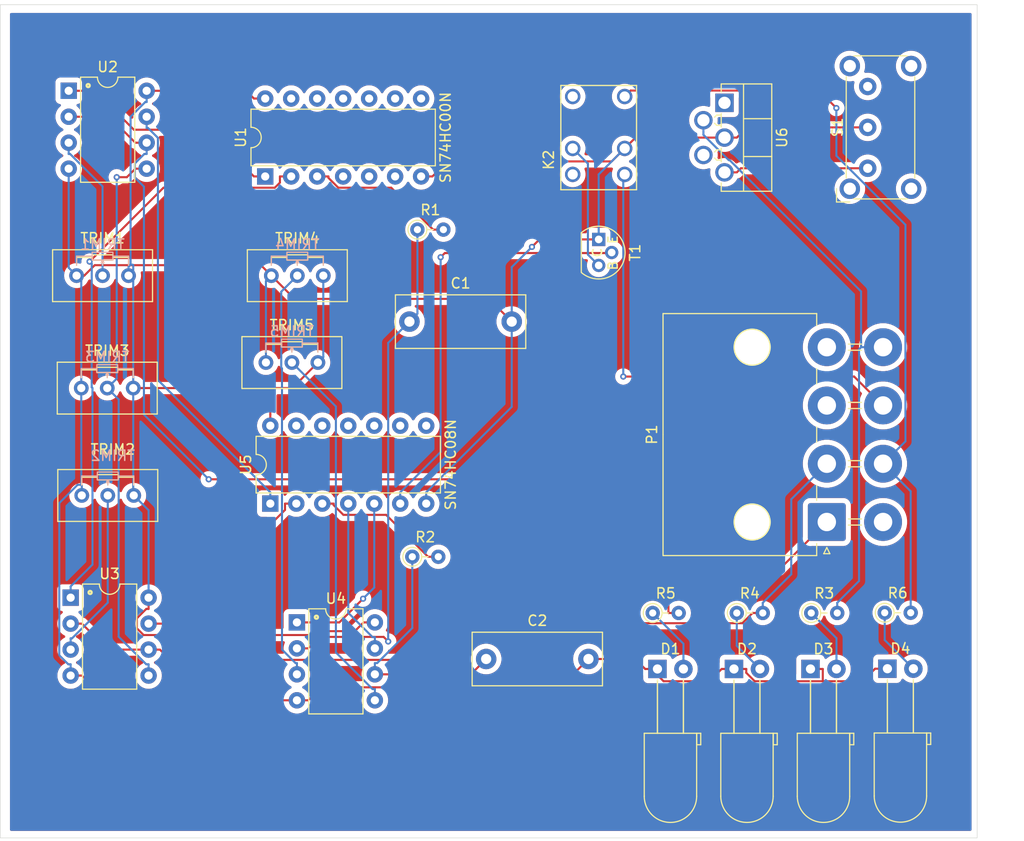
<source format=kicad_pcb>
(kicad_pcb (version 20241229) (generator "pcbnew") (generator_version "9.0")
  (layers (0 "F.Cu" signal) (2 "B.Cu" signal) (13 "F.Paste" user) (15 "B.Paste" user) (5 "F.SilkS" user "F.Silkscreen") (7 "B.SilkS" user "B.Silkscreen") (1 "F.Mask" user) (3 "B.Mask" user) (25 "Edge.Cuts" user))
  (net 0 "")
  (net 1 "GND")
  (net 2 "Net-(U4-1IN-)")
  (net 3 "Net-(U4-2IN-)")
  (net 4 "Net-(D1-A)")
  (net 5 "Net-(D2-A)")
  (net 6 "Net-(D3-A)")
  (net 7 "OUT")
  (net 8 "Net-(T1-E)")
  (net 9 "TPS_sensor")
  (net 10 "BPS_sensor")
  (net 13 "Net-(U6-OUT)")
  (net 15 "Net-(U1-1Y)")
  (net 16 "Net-(U5-1Y)")
  (net 17 "Net-(U6-~{ON}{slash}OFF)")
  (net 19 "Net-(T1-B)")
  (net 20 "Net-(TRIM1-Center)")
  (net 21 "+5V")
  (net 22 "Net-(TRIM2-Center)")
  (net 23 "Net-(TRIM3-Center)")
  (net 24 "Net-(TRIM4-Center)")
  (net 25 "Net-(TRIM5-Center)")
  (net 26 "+12V")
  (net 33 "Net-(U1-1A)")
  (net 38 "Net-(U1-1B)")
  (net 39 "Net-(U2-2OUT)")
  (net 40 "Net-(U3-2OUT)")
  (net 41 "Net-(U4-1OUT)")
  (net 42 "Net-(U4-2OUT)")
  (net 49 "Net-(D4-A)")
  (net 51 "E_ON")
  (footprint "SR1-5V-450-1C:RELAY_SR1-5V-450-1C" (layer "F.Cu") (at 126 68.5 90)
    (property "Reference" "K2" (at -2.175 -4.885 90) (layer "F.SilkS"))
    (property "Value" "SR1-5V-450-1C")
    (pad "A1" thru_hole circle (at -1.06 -2.54 90) (size 1.508 1.508) (drill 1) (layers "*.Cu" "*.Mask") (net 8 "Net-(T1-E)"))
    (pad "A2" thru_hole circle (at -1.06 2.54 90) (size 1.508 1.508) (drill 1) (layers "*.Cu" "*.Mask") (net 1 "GND"))
    (pad "COM_1" thru_hole circle (at 4.02 -2.54 90) (size 1.508 1.508) (drill 1) (layers "*.Cu" "*.Mask"))
    (pad "COM_2" thru_hole circle (at 4.02 2.54 90) (size 1.508 1.508) (drill 1) (layers "*.Cu" "*.Mask") (net 51 "E_ON"))
    (pad "NC" thru_hole circle (at -3.6 2.54 90) (size 1.508 1.508) (drill 1) (layers "*.Cu" "*.Mask") (net 7 "OUT"))
    (pad "NO" thru_hole circle (at -3.6 -2.54 90) (size 1.508 1.508) (drill 1) (layers "*.Cu" "*.Mask"))
  )
  (footprint "PCM_Resistor_THT_AKL:R_Axial_DIN0204_L3.6mm_D1.6mm_P2.54mm_Vertical" (layer "F.Cu") (at 139.5 115)
    (property "Reference" "R4" (at 1.27 -1.92 0) (layer "F.SilkS"))
    (property "Value" "R" (hide yes))
    (pad "1" thru_hole circle (at 0 0) (size 1.4 1.4) (drill 0.7) (layers "*.Cu" "*.Mask") (net 5 "Net-(D2-A)"))
    (pad "2" thru_hole oval (at 2.54 0) (size 1.4 1.4) (drill 0.7) (layers "*.Cu" "*.Mask") (net 10 "BPS_sensor"))
  )
  (footprint "Connector_Molex:Molex_Mega-Fit_76825-0008_2x04_P5.70mm_Horizontal" (layer "F.Cu") (at 148.3 106.1 90)
    (property "Reference" "P1" (at 8.55 -17.1 90) (layer "F.SilkS"))
    (property "Value" "0430450827")
    (pad "" np_thru_hole circle (at 0 -7.3 90) (size 3 3) (drill 3) (layers "*.Cu" "*.Mask"))
    (pad "" np_thru_hole circle (at 17.1 -7.3 90) (size 3 3) (drill 3) (layers "*.Cu" "*.Mask"))
    (pad "1" thru_hole roundrect (at 0 0 90) (size 3.7 3.7) (drill 1.8) (layers "*.Cu" "*.Mask") (roundrect_rratio 0.067568) (net 9 "TPS_sensor"))
    (pad "2" thru_hole circle (at 5.7 0 90) (size 3.7 3.7) (drill 1.8) (layers "*.Cu" "*.Mask") (net 10 "BPS_sensor"))
    (pad "3" thru_hole circle (at 11.4 0 90) (size 3.7 3.7) (drill 1.8) (layers "*.Cu" "*.Mask"))
    (pad "4" thru_hole circle (at 17.1 0 90) (size 3.7 3.7) (drill 1.8) (layers "*.Cu" "*.Mask"))
    (pad "5" thru_hole circle (at 0 5.5 90) (size 3.7 3.7) (drill 1.8) (layers "*.Cu" "*.Mask"))
    (pad "6" thru_hole circle (at 5.7 5.5 90) (size 3.7 3.7) (drill 1.8) (layers "*.Cu" "*.Mask") (net 51 "E_ON"))
    (pad "7" thru_hole circle (at 11.4 5.5 90) (size 3.7 3.7) (drill 1.8) (layers "*.Cu" "*.Mask") (net 7 "OUT"))
    (pad "8" thru_hole circle (at 17.1 5.5 90) (size 3.7 3.7) (drill 1.8) (layers "*.Cu" "*.Mask") (net 13 "Net-(U6-OUT)"))
  )
  (footprint "PCM_Potentiometer_THT_AKL_Double:Potentiometer_Bourns_3296W_Vertical" (layer "F.Cu") (at 80.5 93)
    (property "Reference" "TRIM3" (at -2.54 -3.66 0) (layer "F.SilkS"))
    (property "Value" "TrimPot_T73YEt_1k" (hide yes))
    (fp_text user "${REFERENCE}" (at -2.54 -3.048 0) (layer "B.SilkS") (effects (justify mirror)))
    (pad "1" thru_hole circle (at 0 0) (size 1.44 1.44) (drill 0.8) (layers "*.Cu" "*.Mask") (net 21 "+5V"))
    (pad "2" thru_hole circle (at -2.54 0) (size 1.44 1.44) (drill 0.8) (layers "*.Cu" "*.Mask") (net 23 "Net-(TRIM3-Center)"))
    (pad "3" thru_hole circle (at -5.08 0) (size 1.44 1.44) (drill 0.8) (layers "*.Cu" "*.Mask") (net 1 "GND"))
  )
  (footprint "LED_THT:LED_D5.0mm_Horizontal_O6.35mm_Z9.0mm" (layer "F.Cu") (at 146.705 120.475)
    (property "Reference" "D3" (at 1.27 -1.96 0) (layer "F.SilkS"))
    (property "Value" "LED")
    (pad "1" thru_hole rect (at 0 0) (size 1.8 1.8) (drill 0.9) (layers "*.Cu" "*.Mask") (net 1 "GND"))
    (pad "2" thru_hole circle (at 2.54 0) (size 1.8 1.8) (drill 0.9) (layers "*.Cu" "*.Mask") (net 6 "Net-(D3-A)"))
  )
  (footprint "PCM_Resistor_THT_AKL:R_Axial_DIN0204_L3.6mm_D1.6mm_P2.54mm_Vertical" (layer "F.Cu") (at 146.78 115)
    (property "Reference" "R3" (at 1.27 -1.92 0) (layer "F.SilkS"))
    (property "Value" "R" (hide yes))
    (pad "1" thru_hole circle (at 0 0) (size 1.4 1.4) (drill 0.7) (layers "*.Cu" "*.Mask") (net 6 "Net-(D3-A)"))
    (pad "2" thru_hole oval (at 2.54 0) (size 1.4 1.4) (drill 0.7) (layers "*.Cu" "*.Mask") (net 13 "Net-(U6-OUT)"))
  )
  (footprint "PCM_Package_TO_SOT_THT_AKL:TO-220F-5_P3.4x2.06mm_StaggerEven_Lead1.86mm_Vertical" (layer "F.Cu") (at 138.2983 65.1 -90)
    (property "Reference" "U6" (at 3.4 -5.62 90) (layer "F.SilkS"))
    (property "Value" "LM2596T-5" (hide yes))
    (pad "1" thru_hole rect (at 0 0 270) (size 1.8 1.8) (drill 1.2) (layers "*.Cu" "*.Mask") (net 26 "+12V"))
    (pad "2" thru_hole oval (at 1.7 2.06 270) (size 1.8 1.8) (drill 1.2) (layers "*.Cu" "*.Mask") (net 13 "Net-(U6-OUT)"))
    (pad "3" thru_hole oval (at 3.4 0 270) (size 1.8 1.8) (drill 1.2) (layers "*.Cu" "*.Mask") (net 1 "GND"))
    (pad "4" thru_hole oval (at 5.1 2.06 270) (size 1.8 1.8) (drill 1.2) (layers "*.Cu" "*.Mask"))
    (pad "5" thru_hole oval (at 6.8 0 270) (size 1.8 1.8) (drill 1.2) (layers "*.Cu" "*.Mask") (net 17 "Net-(U6-~{ON}{slash}OFF)"))
  )
  (footprint "Button_Switch_THT:SW_E-Switch_EG1224_SPDT_Angled" (layer "F.Cu") (at 152.2983 71.5 90)
    (property "Reference" "S1" (at 4 -2.95 90) (layer "F.SilkS"))
    (property "Value" "EG1206")
    (pad "" thru_hole circle (at -2 -1.75 90) (size 2 2) (drill 1.2) (layers "*.Cu" "*.Mask"))
    (pad "" thru_hole circle (at -2 4.25 90) (size 2 2) (drill 1.2) (layers "*.Cu" "*.Mask"))
    (pad "" thru_hole circle (at 10 -1.75 90) (size 2 2) (drill 1.2) (layers "*.Cu" "*.Mask"))
    (pad "" thru_hole circle (at 10 4.25 90) (size 2 2) (drill 1.2) (layers "*.Cu" "*.Mask"))
    (pad "1" thru_hole circle (at 0 0 90) (size 1.7 1.7) (drill 0.9) (layers "*.Cu" "*.Mask") (net 17 "Net-(U6-~{ON}{slash}OFF)"))
    (pad "2" thru_hole circle (at 4 0 90) (size 1.7 1.7) (drill 0.9) (layers "*.Cu" "*.Mask") (net 1 "GND"))
    (pad "3" thru_hole circle (at 8 0 90) (size 1.7 1.7) (drill 0.9) (layers "*.Cu" "*.Mask"))
  )
  (footprint "Capacitor_THT:C_Disc_D12.5mm_W5.0mm_P10.00mm" (layer "F.Cu") (at 115 119.5)
    (property "Reference" "C2" (at 5 -3.75 0) (layer "F.SilkS"))
    (property "Value" "C_Generic")
    (pad "1" thru_hole circle (at 0 0) (size 2 2) (drill 1) (layers "*.Cu" "*.Mask") (net 3 "Net-(U4-2IN-)"))
    (pad "2" thru_hole circle (at 10 0) (size 2 2) (drill 1) (layers "*.Cu" "*.Mask") (net 1 "GND"))
  )
  (footprint "LED_THT:LED_D5.0mm_Horizontal_O6.35mm_Z9.0mm" (layer "F.Cu") (at 131.745 120.475)
    (property "Reference" "D1" (at 1.27 -1.96 0) (layer "F.SilkS"))
    (property "Value" "LED")
    (pad "1" thru_hole rect (at 0 0) (size 1.8 1.8) (drill 0.9) (layers "*.Cu" "*.Mask") (net 1 "GND"))
    (pad "2" thru_hole circle (at 2.54 0) (size 1.8 1.8) (drill 0.9) (layers "*.Cu" "*.Mask") (net 4 "Net-(D1-A)"))
  )
  (footprint "PCM_Package_DIP_AKL:DIP-8_W7.62mm" (layer "F.Cu") (at 96.5 115.92)
    (property "Reference" "U4" (at 3.81 -2.33 0) (layer "F.SilkS"))
    (property "Value" "LM393P" (hide yes))
    (pad "1" thru_hole rect (at 0 0) (size 1.6 1.6) (drill 0.8) (layers "*.Cu" "*.Mask") (net 41 "Net-(U4-1OUT)"))
    (pad "2" thru_hole oval (at 0 2.54) (size 1.6 1.6) (drill 0.8) (layers "*.Cu" "*.Mask") (net 2 "Net-(U4-1IN-)"))
    (pad "3" thru_hole oval (at 0 5.08) (size 1.6 1.6) (drill 0.8) (layers "*.Cu" "*.Mask") (net 24 "Net-(TRIM4-Center)"))
    (pad "4" thru_hole oval (at 0 7.62) (size 1.6 1.6) (drill 0.8) (layers "*.Cu" "*.Mask") (net 1 "GND"))
    (pad "5" thru_hole oval (at 7.62 7.62) (size 1.6 1.6) (drill 0.8) (layers "*.Cu" "*.Mask") (net 25 "Net-(TRIM5-Center)"))
    (pad "6" thru_hole oval (at 7.62 5.08) (size 1.6 1.6) (drill 0.8) (layers "*.Cu" "*.Mask") (net 3 "Net-(U4-2IN-)"))
    (pad "7" thru_hole oval (at 7.62 2.54) (size 1.6 1.6) (drill 0.8) (layers "*.Cu" "*.Mask") (net 42 "Net-(U4-2OUT)"))
    (pad "8" thru_hole oval (at 7.62 0) (size 1.6 1.6) (drill 0.8) (layers "*.Cu" "*.Mask") (net 21 "+5V"))
  )
  (footprint "Capacitor_THT:C_Disc_D12.5mm_W5.0mm_P10.00mm" (layer "F.Cu") (at 107.5 86.5)
    (property "Reference" "C1" (at 5 -3.75 0) (layer "F.SilkS"))
    (property "Value" "C_Generic")
    (pad "1" thru_hole circle (at 0 0) (size 2 2) (drill 1) (layers "*.Cu" "*.Mask") (net 2 "Net-(U4-1IN-)"))
    (pad "2" thru_hole circle (at 10 0) (size 2 2) (drill 1) (layers "*.Cu" "*.Mask") (net 1 "GND"))
  )
  (footprint "PCM_Resistor_THT_AKL:R_Axial_DIN0204_L3.6mm_D1.6mm_P2.54mm_Vertical" (layer "F.Cu") (at 153.96 114.975)
    (property "Reference" "R6" (at 1.27 -1.92 0) (layer "F.SilkS"))
    (property "Value" "R" (hide yes))
    (pad "1" thru_hole circle (at 0 0) (size 1.4 1.4) (drill 0.7) (layers "*.Cu" "*.Mask") (net 49 "Net-(D4-A)"))
    (pad "2" thru_hole oval (at 2.54 0) (size 1.4 1.4) (drill 0.7) (layers "*.Cu" "*.Mask") (net 51 "E_ON"))
  )
  (footprint "PCM_Potentiometer_THT_AKL_Double:Potentiometer_Bourns_3296W_Vertical" (layer "F.Cu") (at 80.04 82)
    (property "Reference" "TRIM1" (at -2.54 -3.66 0) (layer "F.SilkS"))
    (property "Value" "TrimPot_TC33X_1k" (hide yes))
    (fp_text user "${REFERENCE}" (at -2.54 -3.048 0) (layer "B.SilkS") (effects (justify mirror)))
    (pad "1" thru_hole circle (at 0 0) (size 1.44 1.44) (drill 0.8) (layers "*.Cu" "*.Mask") (net 21 "+5V"))
    (pad "2" thru_hole circle (at -2.54 0) (size 1.44 1.44) (drill 0.8) (layers "*.Cu" "*.Mask") (net 20 "Net-(TRIM1-Center)"))
    (pad "3" thru_hole circle (at -5.08 0) (size 1.44 1.44) (drill 0.8) (layers "*.Cu" "*.Mask") (net 1 "GND"))
  )
  (footprint "PCM_Resistor_THT_AKL:R_Axial_DIN0204_L3.6mm_D1.6mm_P2.54mm_Vertical" (layer "F.Cu") (at 108.28 77.5)
    (property "Reference" "R1" (at 1.27 -1.92 0) (layer "F.SilkS"))
    (property "Value" "R" (hide yes))
    (pad "1" thru_hole circle (at 0 0) (size 1.4 1.4) (drill 0.7) (layers "*.Cu" "*.Mask") (net 2 "Net-(U4-1IN-)"))
    (pad "2" thru_hole oval (at 2.54 0) (size 1.4 1.4) (drill 0.7) (layers "*.Cu" "*.Mask") (net 15 "Net-(U1-1Y)"))
  )
  (footprint "PCM_4ms_Package_DIP:DIP-14_W7.62mm" (layer "F.Cu") (at 93.95 104.3 90)
    (property "Reference" "U5" (at 3.81 -2.44 90) (layer "F.SilkS"))
    (property "Value" "SN74HC08N" (at 3.81 17.58 90) (layer "F.SilkS"))
    (fp_text user "" (at 3.81 7.57 90) (layer "F.SilkS"))
    (pad "1" thru_hole rect (at 0 -0.05 90) (size 1.6 1.6) (drill 0.8) (layers "*.Cu" "*.Mask") (net 39 "Net-(U2-2OUT)"))
    (pad "2" thru_hole oval (at 0 2.49 90) (size 1.6 1.6) (drill 0.8) (layers "*.Cu" "*.Mask") (net 40 "Net-(U3-2OUT)"))
    (pad "3" thru_hole oval (at 0 5.03 90) (size 1.6 1.6) (drill 0.8) (layers "*.Cu" "*.Mask") (net 16 "Net-(U5-1Y)"))
    (pad "4" thru_hole oval (at 0 7.57 90) (size 1.6 1.6) (drill 0.8) (layers "*.Cu" "*.Mask") (net 42 "Net-(U4-2OUT)"))
    (pad "5" thru_hole oval (at 0 10.11 90) (size 1.6 1.6) (drill 0.8) (layers "*.Cu" "*.Mask") (net 41 "Net-(U4-1OUT)"))
    (pad "6" thru_hole oval (at 0 12.65 90) (size 1.6 1.6) (drill 0.8) (layers "*.Cu" "*.Mask") (net 19 "Net-(T1-B)"))
    (pad "7" thru_hole oval (at 0 15.19 90) (size 1.6 1.6) (drill 0.8) (layers "*.Cu" "*.Mask") (net 1 "GND"))
    (pad "8" thru_hole oval (at 7.62 15.19 90) (size 1.6 1.6) (drill 0.8) (layers "*.Cu" "*.Mask"))
    (pad "9" thru_hole oval (at 7.62 12.65 90) (size 1.6 1.6) (drill 0.8) (layers "*.Cu" "*.Mask"))
    (pad "10" thru_hole oval (at 7.62 10.11 90) (size 1.6 1.6) (drill 0.8) (layers "*.Cu" "*.Mask"))
    (pad "11" thru_hole oval (at 7.62 7.57 90) (size 1.6 1.6) (drill 0.8) (layers "*.Cu" "*.Mask"))
    (pad "12" thru_hole oval (at 7.62 5.03 90) (size 1.6 1.6) (drill 0.8) (layers "*.Cu" "*.Mask"))
    (pad "13" thru_hole oval (at 7.62 2.49 90) (size 1.6 1.6) (drill 0.8) (layers "*.Cu" "*.Mask"))
    (pad "14" thru_hole oval (at 7.62 -0.05 90) (size 1.6 1.6) (drill 0.8) (layers "*.Cu" "*.Mask") (net 21 "+5V"))
  )
  (footprint "PCM_Package_DIP_AKL:DIP-8_W7.62mm" (layer "F.Cu") (at 74.38 113.5)
    (property "Reference" "U3" (at 3.81 -2.33 0) (layer "F.SilkS"))
    (property "Value" "LM393P" (hide yes))
    (pad "1" thru_hole rect (at 0 0) (size 1.6 1.6) (drill 0.8) (layers "*.Cu" "*.Mask") (net 38 "Net-(U1-1B)"))
    (pad "2" thru_hole oval (at 0 2.54) (size 1.6 1.6) (drill 0.8) (layers "*.Cu" "*.Mask") (net 10 "BPS_sensor"))
    (pad "3" thru_hole oval (at 0 5.08) (size 1.6 1.6) (drill 0.8) (layers "*.Cu" "*.Mask") (net 22 "Net-(TRIM2-Center)"))
    (pad "4" thru_hole oval (at 0 7.62) (size 1.6 1.6) (drill 0.8) (layers "*.Cu" "*.Mask") (net 1 "GND"))
    (pad "5" thru_hole oval (at 7.62 7.62) (size 1.6 1.6) (drill 0.8) (layers "*.Cu" "*.Mask") (net 23 "Net-(TRIM3-Center)"))
    (pad "6" thru_hole oval (at 7.62 5.08) (size 1.6 1.6) (drill 0.8) (layers "*.Cu" "*.Mask") (net 10 "BPS_sensor"))
    (pad "7" thru_hole oval (at 7.62 2.54) (size 1.6 1.6) (drill 0.8) (layers "*.Cu" "*.Mask") (net 40 "Net-(U3-2OUT)"))
    (pad "8" thru_hole oval (at 7.62 0) (size 1.6 1.6) (drill 0.8) (layers "*.Cu" "*.Mask") (net 21 "+5V"))
  )
  (footprint "PCM_Potentiometer_THT_AKL_Double:Potentiometer_Bourns_3296W_Vertical" (layer "F.Cu") (at 80.55 103.5)
    (property "Reference" "TRIM2" (at -2.05 -4.5 0) (layer "F.SilkS"))
    (property "Value" "TrimPot_T73YEt_1k" (hide yes))
    (fp_text user "${REFERENCE}" (at -2.05 -3.888 0) (layer "B.SilkS") (effects (justify mirror)))
    (pad "1" thru_hole circle (at 0 0) (size 1.44 1.44) (drill 0.8) (layers "*.Cu" "*.Mask") (net 21 "+5V"))
    (pad "2" thru_hole circle (at -2.54 0) (size 1.44 1.44) (drill 0.8) (layers "*.Cu" "*.Mask") (net 22 "Net-(TRIM2-Center)"))
    (pad "3" thru_hole circle (at -5.08 0) (size 1.44 1.44) (drill 0.8) (layers "*.Cu" "*.Mask") (net 1 "GND"))
  )
  (footprint "PCM_Potentiometer_THT_AKL_Double:Potentiometer_Bourns_3296W_Vertical" (layer "F.Cu") (at 98.55 90.5)
    (property "Reference" "TRIM5" (at -2.54 -3.66 0) (layer "F.SilkS"))
    (property "Value" "TrimPot_T73YEt_10k" (hide yes))
    (fp_text user "${REFERENCE}" (at -2.54 -3.048 0) (layer "B.SilkS") (effects (justify mirror)))
    (pad "1" thru_hole circle (at 0 0) (size 1.44 1.44) (drill 0.8) (layers "*.Cu" "*.Mask") (net 21 "+5V"))
    (pad "2" thru_hole circle (at -2.54 0) (size 1.44 1.44) (drill 0.8) (layers "*.Cu" "*.Mask") (net 25 "Net-(TRIM5-Center)"))
    (pad "3" thru_hole circle (at -5.08 0) (size 1.44 1.44) (drill 0.8) (layers "*.Cu" "*.Mask") (net 1 "GND"))
  )
  (footprint "PCM_Potentiometer_THT_AKL_Double:Potentiometer_Bourns_3296W_Vertical" (layer "F.Cu") (at 99.08 82)
    (property "Reference" "TRIM4" (at -2.54 -3.66 0) (layer "F.SilkS"))
    (property "Value" "TrimPot_T73YEt_10k" (hide yes))
    (fp_text user "${REFERENCE}" (at -2.54 -3.048 0) (layer "B.SilkS") (effects (justify mirror)))
    (pad "1" thru_hole circle (at 0 0) (size 1.44 1.44) (drill 0.8) (layers "*.Cu" "*.Mask") (net 21 "+5V"))
    (pad "2" thru_hole circle (at -2.54 0) (size 1.44 1.44) (drill 0.8) (layers "*.Cu" "*.Mask") (net 24 "Net-(TRIM4-Center)"))
    (pad "3" thru_hole circle (at -5.08 0) (size 1.44 1.44) (drill 0.8) (layers "*.Cu" "*.Mask") (net 1 "GND"))
  )
  (footprint "LED_THT:LED_D5.0mm_Horizontal_O6.35mm_Z9.0mm" (layer "F.Cu") (at 154.225 120.45)
    (property "Reference" "D4" (at 1.27 -1.96 0) (layer "F.SilkS"))
    (property "Value" "LED")
    (pad "1" thru_hole rect (at 0 0) (size 1.8 1.8) (drill 0.9) (layers "*.Cu" "*.Mask") (net 1 "GND"))
    (pad "2" thru_hole circle (at 2.54 0) (size 1.8 1.8) (drill 0.9) (layers "*.Cu" "*.Mask") (net 49 "Net-(D4-A)"))
  )
  (footprint "LED_THT:LED_D5.0mm_Horizontal_O6.35mm_Z9.0mm" (layer "F.Cu") (at 139.225 120.475)
    (property "Reference" "D2" (at 1.27 -1.96 0) (layer "F.SilkS"))
    (property "Value" "LED")
    (pad "1" thru_hole rect (at 0 0) (size 1.8 1.8) (drill 0.9) (layers "*.Cu" "*.Mask") (net 1 "GND"))
    (pad "2" thru_hole circle (at 2.54 0) (size 1.8 1.8) (drill 0.9) (layers "*.Cu" "*.Mask") (net 5 "Net-(D2-A)"))
  )
  (footprint "PCM_Package_TO_SOT_THT_AKL_OneLayer:TO-92L_ECB" (layer "F.Cu") (at 126 78.46 -90)
    (property "Reference" "T1" (at 1.29 -3.56 90) (layer "F.SilkS"))
    (property "Value" "T-BJT-NPN" (hide yes))
    (fp_text user "E" (at 0.02 -1.397 90) (layer "F.SilkS") (effects (font (size 0.9 0.9))))
    (fp_text user "C" (at 1.29 0.127 90) (layer "F.SilkS") (effects (font (size 0.9 0.9))))
    (fp_text user "B" (at 2.56 -1.397 90) (layer "F.SilkS") (effects (font (size 0.9 0.9))))
    (pad "1" thru_hole rect (at 0 0) (size 1.3 1.3) (drill 0.75) (layers "*.Cu" "*.Mask") (net 1 "GND"))
    (pad "2" thru_hole circle (at 1.28 -1.27) (size 1.3 1.3) (drill 0.75) (layers "*.Cu" "*.Mask") (net 19 "Net-(T1-B)"))
    (pad "3" thru_hole circle (at 2.54 0) (size 1.3 1.3) (drill 0.75) (layers "*.Cu" "*.Mask") (net 8 "Net-(T1-E)"))
  )
  (footprint "PCM_Resistor_THT_AKL:R_Axial_DIN0204_L3.6mm_D1.6mm_P2.54mm_Vertical" (layer "F.Cu") (at 107.78 109.5)
    (property "Reference" "R2" (at 1.27 -1.92 0) (layer "F.SilkS"))
    (property "Value" "R" (hide yes))
    (pad "1" thru_hole circle (at 0 0) (size 1.4 1.4) (drill 0.7) (layers "*.Cu" "*.Mask") (net 3 "Net-(U4-2IN-)"))
    (pad "2" thru_hole oval (at 2.54 0) (size 1.4 1.4) (drill 0.7) (layers "*.Cu" "*.Mask") (net 16 "Net-(U5-1Y)"))
  )
  (footprint "PCM_Resistor_THT_AKL:R_Axial_DIN0204_L3.6mm_D1.6mm_P2.54mm_Vertical" (layer "F.Cu") (at 131.28 115)
    (property "Reference" "R5" (at 1.27 -1.92 0) (layer "F.SilkS"))
    (property "Value" "R" (hide yes))
    (pad "1" thru_hole circle (at 0 0) (size 1.4 1.4) (drill 0.7) (layers "*.Cu" "*.Mask") (net 4 "Net-(D1-A)"))
    (pad "2" thru_hole oval (at 2.54 0) (size 1.4 1.4) (drill 0.7) (layers "*.Cu" "*.Mask") (net 9 "TPS_sensor"))
  )
  (footprint "PCM_4ms_Package_DIP:DIP-14_W7.62mm" (layer "F.Cu") (at 93.45 72.3 90)
    (property "Reference" "U1" (at 3.81 -2.44 90) (layer "F.SilkS"))
    (property "Value" "SN74HC00N" (at 3.81 17.58 90) (layer "F.SilkS"))
    (fp_text user "" (at 3.81 7.57 90) (layer "F.SilkS"))
    (pad "1" thru_hole rect (at 0 -0.05 90) (size 1.6 1.6) (drill 0.8) (layers "*.Cu" "*.Mask") (net 33 "Net-(U1-1A)"))
    (pad "2" thru_hole oval (at 0 2.49 90) (size 1.6 1.6) (drill 0.8) (layers "*.Cu" "*.Mask") (net 38 "Net-(U1-1B)"))
    (pad "3" thru_hole oval (at 0 5.03 90) (size 1.6 1.6) (drill 0.8) (layers "*.Cu" "*.Mask") (net 15 "Net-(U1-1Y)"))
    (pad "4" thru_hole oval (at 0 7.57 90) (size 1.6 1.6) (drill 0.8) (layers "*.Cu" "*.Mask"))
    (pad "5" thru_hole oval (at 0 10.11 90) (size 1.6 1.6) (drill 0.8) (layers "*.Cu" "*.Mask"))
    (pad "6" thru_hole oval (at 0 12.65 90) (size 1.6 1.6) (drill 0.8) (layers "*.Cu" "*.Mask"))
    (pad "7" thru_hole oval (at 0 15.19 90) (size 1.6 1.6) (drill 0.8) (layers "*.Cu" "*.Mask") (net 1 "GND"))
    (pad "8" thru_hole oval (at 7.62 15.19 90) (size 1.6 1.6) (drill 0.8) (layers "*.Cu" "*.Mask"))
    (pad "9" thru_hole oval (at 7.62 12.65 90) (size 1.6 1.6) (drill 0.8) (layers "*.Cu" "*.Mask"))
    (pad "10" thru_hole oval (at 7.62 10.11 90) (size 1.6 1.6) (drill 0.8) (layers "*.Cu" "*.Mask"))
    (pad "11" thru_hole oval (at 7.62 7.57 90) (size 1.6 1.6) (drill 0.8) (layers "*.Cu" "*.Mask"))
    (pad "12" thru_hole oval (at 7.62 5.03 90) (size 1.6 1.6) (drill 0.8) (layers "*.Cu" "*.Mask"))
    (pad "13" thru_hole oval (at 7.62 2.49 90) (size 1.6 1.6) (drill 0.8) (layers "*.Cu" "*.Mask"))
    (pad "14" thru_hole oval (at 7.62 -0.05 90) (size 1.6 1.6) (drill 0.8) (layers "*.Cu" "*.Mask") (net 21 "+5V"))
  )
  (footprint "PCM_Package_DIP_AKL:DIP-8_W7.62mm" (layer "F.Cu") (at 74.19 63.92)
    (property "Reference" "U2" (at 3.81 -2.33 0) (layer "F.SilkS"))
    (property "Value" "LM393P" (hide yes))
    (pad "1" thru_hole rect (at 0 0) (size 1.6 1.6) (drill 0.8) (layers "*.Cu" "*.Mask") (net 33 "Net-(U1-1A)"))
    (pad "2" thru_hole oval (at 0 2.54) (size 1.6 1.6) (drill 0.8) (layers "*.Cu" "*.Mask") (net 9 "TPS_sensor"))
    (pad "3" thru_hole oval (at 0 5.08) (size 1.6 1.6) (drill 0.8) (layers "*.Cu" "*.Mask") (net 20 "Net-(TRIM1-Center)"))
    (pad "4" thru_hole oval (at 0 7.62) (size 1.6 1.6) (drill 0.8) (layers "*.Cu" "*.Mask") (net 1 "GND"))
    (pad "5" thru_hole oval (at 7.62 7.62) (size 1.6 1.6) (drill 0.8) (layers "*.Cu" "*.Mask") (net 23 "Net-(TRIM3-Center)"))
    (pad "6" thru_hole oval (at 7.62 5.08) (size 1.6 1.6) (drill 0.8) (layers "*.Cu" "*.Mask") (net 9 "TPS_sensor"))
    (pad "7" thru_hole oval (at 7.62 2.54) (size 1.6 1.6) (drill 0.8) (layers "*.Cu" "*.Mask") (net 39 "Net-(U2-2OUT)"))
    (pad "8" thru_hole oval (at 7.62 0) (size 1.6 1.6) (drill 0.8) (layers "*.Cu" "*.Mask") (net 21 "+5V"))
  )
  (gr_rect (start 67.5 55.5) (end 163 137) (stroke (width 0.05)) (fill no) (layer "Edge.Cuts"))
  (segment (start 76.7372 80.9783) (end 75.7155 82) (width 0.2) (layer "F.Cu") (net 1))
  (segment (start 111.2117 70.83) (end 127.27 70.83) (width 0.2) (layer "F.Cu") (net 1))
  (segment (start 131.745 120.475) (end 131.1442 120.475) (width 0.2) (layer "F.Cu") (net 1))
  (segment (start 125 119.5) (end 122.23 122.27) (width 0.2) (layer "F.Cu") (net 1))
  (segment (start 138.8992 68.5) (end 139.5 68.5) (width 0.2) (layer "F.Cu") (net 1))
  (segment (start 139.225 120.475) (end 138.0233 120.475) (width 0.2) (layer "F.Cu") (net 1))
  (segment (start 122.23 122.27) (end 98.8717 122.27) (width 0.2) (layer "F.Cu") (net 1))
  (segment (start 146.705 120.475) (end 147.9067 120.475) (width 0.2) (layer "F.Cu") (net 1))
  (segment (start 96.5 123.54) (end 97.6017 123.54) (width 0.2) (layer "F.Cu") (net 1))
  (segment (start 154.225 120.45) (end 153.0233 120.45) (width 0.2) (layer "F.Cu") (net 1))
  (segment (start 98.8717 122.27) (end 97.6017 123.54) (width 0.2) (layer "F.Cu") (net 1))
  (segment (start 117.5 86.5) (end 115.2748 84.2748) (width 0.2) (layer "F.Cu") (net 1))
  (segment (start 147.9067 121.6767) (end 147.9067 120.475) (width 0.2) (layer "F.Cu") (net 1))
  (segment (start 136.8216 121.6767) (end 138.0233 120.475) (width 0.2) (layer "F.Cu") (net 1))
  (segment (start 92.9783 80.9783) (end 76.7372 80.9783) (width 0.2) (layer "F.Cu") (net 1))
  (segment (start 125 119.5) (end 129.5683 119.5) (width 0.2) (layer "F.Cu") (net 1))
  (segment (start 96.5 123.54) (end 77.9017 123.54) (width 0.2) (layer "F.Cu") (net 1))
  (segment (start 131.1442 120.475) (end 132.3459 121.6767) (width 0.2) (layer "F.Cu") (net 1))
  (segment (start 140.5 67.5) (end 139.5 68.5) (width 0.2) (layer "F.Cu") (net 1))
  (segment (start 147.9067 121.6767) (end 141.2528 121.6767) (width 0.2) (layer "F.Cu") (net 1))
  (segment (start 153.0233 120.45) (end 151.7966 121.6767) (width 0.2) (layer "F.Cu") (net 1))
  (segment (start 129.5683 119.5) (end 130.5433 120.475) (width 0.2) (layer "F.Cu") (net 1))
  (segment (start 127.27 70.83) (end 128.54 69.56) (width 0.2) (layer "F.Cu") (net 1))
  (segment (start 115.2748 84.2748) (end 96.2748 84.2748) (width 0.2) (layer "F.Cu") (net 1))
  (segment (start 74.38 121.12) (end 75.4817 121.12) (width 0.2) (layer "F.Cu") (net 1))
  (segment (start 138.2983 68.5) (end 129.6 68.5) (width 0.2) (layer "F.Cu") (net 1))
  (segment (start 140.4267 120.8506) (end 140.4267 120.475) (width 0.2) (layer "F.Cu") (net 1))
  (segment (start 152.2983 67.5) (end 140.5 67.5) (width 0.2) (layer "F.Cu") (net 1))
  (segment (start 94 82) (end 92.9783 80.9783) (width 0.2) (layer "F.Cu") (net 1))
  (segment (start 77.9017 123.54) (end 75.4817 121.12) (width 0.2) (layer "F.Cu") (net 1))
  (segment (start 132.3459 121.6767) (end 136.8216 121.6767) (width 0.2) (layer "F.Cu") (net 1))
  (segment (start 151.7966 121.6767) (end 147.9067 121.6767) (width 0.2) (layer "F.Cu") (net 1))
  (segment (start 126 78.46) (end 120.2075 78.46) (width 0.2) (layer "F.Cu") (net 1))
  (segment (start 141.2528 121.6767) (end 140.4267 120.8506) (width 0.2) (layer "F.Cu") (net 1))
  (segment (start 129.6 68.5) (end 128.54 69.56) (width 0.2) (layer "F.Cu") (net 1))
  (segment (start 75.7155 82) (end 74.96 82) (width 0.2) (layer "F.Cu") (net 1))
  (segment (start 108.64 72.3) (end 109.7417 72.3) (width 0.2) (layer "F.Cu") (net 1))
  (segment (start 131.1442 120.475) (end 130.5433 120.475) (width 0.2) (layer "F.Cu") (net 1))
  (segment (start 138.8992 68.5) (end 138.2983 68.5) (width 0.2) (layer "F.Cu") (net 1))
  (segment (start 120.2075 78.46) (end 119.4765 79.191) (width 0.2) (layer "F.Cu") (net 1))
  (segment (start 96.2748 84.2748) (end 94 82) (width 0.2) (layer "F.Cu") (net 1))
  (segment (start 139.225 120.475) (end 140.4267 120.475) (width 0.2) (layer "F.Cu") (net 1))
  (segment (start 109.7417 72.3) (end 111.2117 70.83) (width 0.2) (layer "F.Cu") (net 1))
  (via (at 119.4765 79.191) (size 0.6) (drill 0.3) (layers "F.Cu" "B.Cu") (net 1))
  (segment (start 75.0572 102.4605) (end 73.269 104.2487) (width 0.2) (layer "B.Cu") (net 1))
  (segment (start 73.269 104.2487) (end 73.269 119.1356) (width 0.2) (layer "B.Cu") (net 1))
  (segment (start 74.1517 120.0183) (end 74.38 120.0183) (width 0.2) (layer "B.Cu") (net 1))
  (segment (start 109.14 103.1983) (end 117.5 94.8383) (width 0.2) (layer "B.Cu") (net 1))
  (segment (start 117.5 94.8383) (end 117.5 86.5) (width 0.2) (layer "B.Cu") (net 1))
  (segment (start 93.47 82.53) (end 93.47 90.5) (width 0.2) (layer "B.Cu") (net 1))
  (segment (start 74.19 81.23) (end 74.96 82) (width 0.2) (layer "B.Cu") (net 1))
  (segment (start 75.42 93) (end 75.42 102.4605) (width 0.2) (layer "B.Cu") (net 1))
  (segment (start 75.42 82.46) (end 75.42 93) (width 0.2) (layer "B.Cu") (net 1))
  (segment (start 74.38 121.12) (end 74.38 120.0183) (width 0.2) (layer "B.Cu") (net 1))
  (segment (start 126 72.1) (end 128.54 69.56) (width 0.2) (layer "B.Cu") (net 1))
  (segment (start 75.47 103.5) (end 75.47 102.5105) (width 0.2) (layer "B.Cu") (net 1))
  (segment (start 75.42 102.4605) (end 75.0572 102.4605) (width 0.2) (layer "B.Cu") (net 1))
  (segment (start 94 82) (end 93.47 82.53) (width 0.2) (layer "B.Cu") (net 1))
  (segment (start 75.47 102.5105) (end 75.42 102.4605) (width 0.2) (layer "B.Cu") (net 1))
  (segment (start 109.14 104.3) (end 109.14 103.1983) (width 0.2) (layer "B.Cu") (net 1))
  (segment (start 73.269 119.1356) (end 74.1517 120.0183) (width 0.2) (layer "B.Cu") (net 1))
  (segment (start 74.19 71.54) (end 74.19 81.23) (width 0.2) (layer "B.Cu") (net 1))
  (segment (start 119.4765 79.191) (end 117.5 81.1675) (width 0.2) (layer "B.Cu") (net 1))
  (segment (start 117.5 81.1675) (end 117.5 86.5) (width 0.2) (layer "B.Cu") (net 1))
  (segment (start 126 78.46) (end 126 72.1) (width 0.2) (layer "B.Cu") (net 1))
  (segment (start 74.96 82) (end 75.42 82.46) (width 0.2) (layer "B.Cu") (net 1))
  (segment (start 105.423 117.783) (end 104.9782 117.3382) (width 0.2) (layer "F.Cu") (net 2))
  (segment (start 104.9782 117.3382) (end 98.7235 117.3382) (width 0.2) (layer "F.Cu") (net 2))
  (segment (start 96.5 118.46) (end 97.6017 118.46) (width 0.2) (layer "F.Cu") (net 2))
  (segment (start 98.7235 117.3382) (end 97.6017 118.46) (width 0.2) (layer "F.Cu") (net 2))
  (via (at 105.423 117.783) (size 0.6) (drill 0.3) (layers "F.Cu" "B.Cu") (net 2))
  (segment (start 108.28 77.5) (end 108.28 85.72) (width 0.2) (layer "B.Cu") (net 2))
  (segment (start 108.28 85.72) (end 107.5 86.5) (width 0.2) (layer "B.Cu") (net 2))
  (segment (start 105.423 88.577) (end 107.5 86.5) (width 0.2) (layer "B.Cu") (net 2))
  (segment (start 105.423 117.783) (end 105.423 88.577) (width 0.2) (layer "B.Cu") (net 2))
  (segment (start 113.5 121) (end 115 119.5) (width 0.2) (layer "F.Cu") (net 3))
  (segment (start 104.12 121) (end 113.5 121) (width 0.2) (layer "F.Cu") (net 3))
  (segment (start 107.78 109.5) (end 107.78 116.4666) (width 0.2) (layer "B.Cu") (net 3))
  (segment (start 104.12 121) (end 104.12 119.8983) (width 0.2) (layer "B.Cu") (net 3))
  (segment (start 107.78 116.4666) (end 104.3483 119.8983) (width 0.2) (layer "B.Cu") (net 3))
  (segment (start 104.3483 119.8983) (end 104.12 119.8983) (width 0.2) (layer "B.Cu") (net 3))
  (segment (start 134.285 118.005) (end 134.285 120.475) (width 0.2) (layer "B.Cu") (net 4))
  (segment (start 131.28 115) (end 134.285 118.005) (width 0.2) (layer "B.Cu") (net 4))
  (segment (start 139.5 118.21) (end 141.765 120.475) (width 0.2) (layer "B.Cu") (net 5))
  (segment (start 139.5 115) (end 139.5 118.21) (width 0.2) (layer "B.Cu") (net 5))
  (segment (start 146.78 115) (end 149.245 117.465) (width 0.2) (layer "B.Cu") (net 6))
  (segment (start 149.245 117.465) (end 149.245 120.475) (width 0.2) (layer "B.Cu") (net 6))
  (segment (start 150.9725 91.8725) (end 128.4039 91.8725) (width 0.2) (layer "F.Cu") (net 7))
  (segment (start 153.8 94.7) (end 150.9725 91.8725) (width 0.2) (layer "F.Cu") (net 7))
  (via (at 128.4039 91.8725) (size 0.6) (drill 0.3) (layers "F.Cu" "B.Cu") (net 7))
  (segment (start 128.4039 91.8725) (end 128.4039 72.2361) (width 0.2) (layer "B.Cu") (net 7))
  (segment (start 128.4039 72.2361) (end 128.54 72.1) (width 0.2) (layer "B.Cu") (net 7))
  (segment (start 124.9459 71.0458) (end 124.9458 71.0458) (width 0.2) (layer "B.Cu") (net 8))
  (segment (start 126 81) (end 124.9459 79.9459) (width 0.2) (layer "B.Cu") (net 8))
  (segment (start 124.9458 71.0458) (end 123.46 69.56) (width 0.2) (layer "B.Cu") (net 8))
  (segment (start 124.9459 79.9459) (end 124.9459 71.0458) (width 0.2) (layer "B.Cu") (net 8))
  (segment (start 132.8183 110.7725) (end 132.8183 115) (width 0.2) (layer "F.Cu") (net 9))
  (segment (start 81.81 69) (end 80.7083 69) (width 0.2) (layer "F.Cu") (net 9))
  (segment (start 123.9708 101.925) (end 132.8183 110.7725) (width 0.2) (layer "F.Cu") (net 9))
  (segment (start 80.7083 69) (end 78.1683 66.46) (width 0.2) (layer "F.Cu") (net 9))
  (segment (start 143.6275 110.7725) (end 148.3 106.1) (width 0.2) (layer "F.Cu") (net 9))
  (segment (start 133.82 115) (end 132.8183 115) (width 0.2) (layer "F.Cu") (net 9))
  (segment (start 132.8183 110.7725) (end 143.6275 110.7725) (width 0.2) (layer "F.Cu") (net 9))
  (segment (start 78.1683 66.46) (end 74.19 66.46) (width 0.2) (layer "F.Cu") (net 9))
  (segment (start 87.8775 101.925) (end 123.9708 101.925) (width 0.2) (layer "F.Cu") (net 9))
  (via (at 87.8775 101.925) (size 0.6) (drill 0.3) (layers "F.Cu" "B.Cu") (net 9))
  (segment (start 87.8775 101.925) (end 81.5449 95.5924) (width 0.2) (layer "B.Cu") (net 9))
  (segment (start 81.5449 95.5924) (end 81.5449 73.2968) (width 0.2) (layer "B.Cu") (net 9))
  (segment (start 80.6639 71.0195) (end 81.5817 70.1017) (width 0.2) (layer "B.Cu") (net 9))
  (segment (start 81.5449 73.2968) (end 80.6639 72.4158) (width 0.2) (layer "B.Cu") (net 9))
  (segment (start 80.6639 72.4158) (end 80.6639 71.0195) (width 0.2) (layer "B.Cu") (net 9))
  (segment (start 81.5817 70.1017) (end 81.81 70.1017) (width 0.2) (layer "B.Cu") (net 9))
  (segment (start 81.81 69) (end 81.81 70.1017) (width 0.2) (layer "B.Cu") (net 9))
  (segment (start 141.0383 115) (end 140.0366 116.0017) (width 0.2) (layer "F.Cu") (net 10))
  (segment (start 142.04 115) (end 141.0383 115) (width 0.2) (layer "F.Cu") (net 10))
  (segment (start 140.0366 116.0017) (end 110.0529 116.0017) (width 0.2) (layer "F.Cu") (net 10))
  (segment (start 110.0529 116.0017) (end 106.4685 119.5861) (width 0.2) (layer "F.Cu") (net 10))
  (segment (start 74.38 116.04) (end 75.4817 116.04) (width 0.2) (layer "F.Cu") (net 10))
  (segment (start 78.0217 118.58) (end 82 118.58) (width 0.2) (layer "F.Cu") (net 10))
  (segment (start 84.1078 119.5861) (end 83.1017 118.58) (width 0.2) (layer "F.Cu") (net 10))
  (segment (start 82 118.58) (end 83.1017 118.58) (width 0.2) (layer "F.Cu") (net 10))
  (segment (start 75.4817 116.04) (end 78.0217 118.58) (width 0.2) (layer "F.Cu") (net 10))
  (segment (start 106.4685 119.5861) (end 84.1078 119.5861) (width 0.2) (layer "F.Cu") (net 10))
  (segment (start 142.04 113.9983) (end 144.8244 111.2139) (width 0.2) (layer "B.Cu") (net 10))
  (segment (start 144.8244 111.2139) (end 144.8244 103.8756) (width 0.2) (layer "B.Cu") (net 10))
  (segment (start 144.8244 103.8756) (end 148.3 100.4) (width 0.2) (layer "B.Cu") (net 10))
  (segment (start 142.04 115) (end 142.04 113.9983) (width 0.2) (layer "B.Cu") (net 10))
  (segment (start 151.4502 111.8681) (end 151.4502 89.1999) (width 0.2) (layer "B.Cu") (net 13))
  (segment (start 151.6501 89) (end 151.6501 83.5491) (width 0.2) (layer "B.Cu") (net 13))
  (segment (start 136.2383 68.2269) (end 136.2383 66.8) (width 0.2) (layer "B.Cu") (net 13))
  (segment (start 151.6501 83.5491) (end 138.7993 70.6983) (width 0.2) (layer "B.Cu") (net 13))
  (segment (start 149.32 113.9983) (end 151.4502 111.8681) (width 0.2) (layer "B.Cu") (net 13))
  (segment (start 138.7993 70.6983) (end 138.7097 70.6983) (width 0.2) (layer "B.Cu") (net 13))
  (segment (start 149.32 115) (end 149.32 113.9983) (width 0.2) (layer "B.Cu") (net 13))
  (segment (start 138.7097 70.6983) (end 136.2383 68.2269) (width 0.2) (layer "B.Cu") (net 13))
  (segment (start 151.4502 89.1999) (end 151.6501 89) (width 0.2) (layer "B.Cu") (net 13))
  (segment (start 151.6501 89) (end 153.8 89) (width 0.2) (layer "B.Cu") (net 13))
  (segment (start 100.5456 73.4017) (end 105.72 73.4017) (width 0.2) (layer "F.Cu") (net 15))
  (segment (start 110.82 77.5) (end 109.8183 77.5) (width 0.2) (layer "F.Cu") (net 15))
  (segment (start 99.5817 72.3) (end 99.5817 72.4378) (width 0.2) (layer "F.Cu") (net 15))
  (segment (start 98.48 72.3) (end 99.5817 72.3) (width 0.2) (layer "F.Cu") (net 15))
  (segment (start 99.5817 72.4378) (end 100.5456 73.4017) (width 0.2) (layer "F.Cu") (net 15))
  (segment (start 105.72 73.4017) (end 109.8183 77.5) (width 0.2) (layer "F.Cu") (net 15))
  (segment (start 105.22 105.4017) (end 109.3183 109.5) (width 0.2) (layer "F.Cu") (net 16))
  (segment (start 98.98 104.3) (end 100.0817 104.3) (width 0.2) (layer "F.Cu") (net 16))
  (segment (start 100.0817 104.4378) (end 101.0456 105.4017) (width 0.2) (layer "F.Cu") (net 16))
  (segment (start 110.32 109.5) (end 109.3183 109.5) (width 0.2) (layer "F.Cu") (net 16))
  (segment (start 100.0817 104.3) (end 100.0817 104.4378) (width 0.2) (layer "F.Cu") (net 16))
  (segment (start 101.0456 105.4017) (end 105.22 105.4017) (width 0.2) (layer "F.Cu") (net 16))
  (segment (start 152.2983 71.5) (end 139.9 71.5) (width 0.2) (layer "F.Cu") (net 17))
  (segment (start 139.9 71.5) (end 139.5 71.9) (width 0.2) (layer "F.Cu") (net 17))
  (segment (start 138.2983 71.9) (end 139.5 71.9) (width 0.2) (layer "F.Cu") (net 17))
  (segment (start 110.5491 80.2009) (end 110.9573 79.7927) (width 0.2) (layer "F.Cu") (net 19))
  (segment (start 110.9573 79.7927) (end 127.2173 79.7927) (width 0.2) (layer "F.Cu") (net 19))
  (segment (start 127.2173 79.7927) (end 127.27 79.74) (width 0.2) (layer "F.Cu") (net 19))
  (via (at 110.5491 80.2009) (size 0.6) (drill 0.3) (layers "F.Cu" "B.Cu") (net 19))
  (segment (start 110.5491 80.2009) (end 110.5491 99.2492) (width 0.2) (layer "B.Cu") (net 19))
  (segment (start 110.5491 99.2492) (end 106.6 103.1983) (width 0.2) (layer "B.Cu") (net 19))
  (segment (start 106.6 104.3) (end 106.6 103.1983) (width 0.2) (layer "B.Cu") (net 19))
  (segment (start 74.3277 70.1017) (end 77.5 73.274) (width 0.2) (layer "B.Cu") (net 20))
  (segment (start 77.5 73.274) (end 77.5 82) (width 0.2) (layer "B.Cu") (net 20))
  (segment (start 74.19 69) (end 74.19 70.1017) (width 0.2) (layer "B.Cu") (net 20))
  (segment (start 74.19 70.1017) (end 74.3277 70.1017) (width 0.2) (layer "B.Cu") (net 20))
  (segment (start 104.12 115.92) (end 103.0183 115.92) (width 0.2) (layer "F.Cu") (net 21))
  (segment (start 91.5383 63.92) (end 92.2983 64.68) (width 0.2) (layer "F.Cu") (net 21))
  (segment (start 102.1607 116.7776) (end 98.4221 116.7776) (width 0.2) (layer "F.Cu") (net 21))
  (segment (start 103.0183 115.92) (end 102.1607 116.7776) (width 0.2) (layer "F.Cu") (net 21))
  (segment (start 98.55 90.5) (end 96.05 93) (width 0.2) (layer "F.Cu") (net 21))
  (segment (start 80.8579 116.5009) (end 80.8579 115.5155) (width 0.2) (layer "F.Cu") (net 21))
  (segment (start 98.4221 116.7776) (end 98.0437 117.156) (width 0.2) (layer "F.Cu") (net 21))
  (segment (start 82 113.5) (end 82 114.6017) (width 0.2) (layer "F.Cu") (net 21))
  (segment (start 93.9 96.68) (end 93.9 95.5783) (width 0.2) (layer "F.Cu") (net 21))
  (segment (start 98.0437 117.156) (end 81.513 117.156) (width 0.2) (layer "F.Cu") (net 21))
  (segment (start 80.8579 115.5155) (end 81.7717 114.6017) (width 0.2) (layer "F.Cu") (net 21))
  (segment (start 93.4 64.68) (end 92.2983 64.68) (width 0.2) (layer "F.Cu") (net 21))
  (segment (start 81.513 117.156) (end 80.8579 116.5009) (width 0.2) (layer "F.Cu") (net 21))
  (segment (start 96.05 93) (end 93.9 93) (width 0.2) (layer "F.Cu") (net 21))
  (segment (start 80.5 93) (end 90.22 93) (width 0.2) (layer "F.Cu") (net 21))
  (segment (start 81.7717 114.6017) (end 82 114.6017) (width 0.2) (layer "F.Cu") (net 21))
  (segment (start 81.81 63.92) (end 91.5383 63.92) (width 0.2) (layer "F.Cu") (net 21))
  (segment (start 93.9 93) (end 92.7983 93) (width 0.2) (layer "F.Cu") (net 21))
  (segment (start 90.2613 93) (end 90.22 93) (width 0.2) (layer "F.Cu") (net 21))
  (segment (start 93.9 93) (end 93.9 95.5783) (width 0.2) (layer "F.Cu") (net 21))
  (segment (start 92.7983 93) (end 90.2613 93) (width 0.2) (layer "F.Cu") (net 21))
  (segment (start 99.08 89.97) (end 98.55 90.5) (width 0.2) (layer "B.Cu") (net 21))
  (segment (start 80.2408 66.4532) (end 80.2408 80.9336) (width 0.2) (layer "B.Cu") (net 21))
  (segment (start 82 104.95) (end 80.55 103.5) (width 0.2) (layer "B.Cu") (net 21))
  (segment (start 99.08 82) (end 99.08 89.97) (width 0.2) (layer "B.Cu") (net 21))
  (segment (start 80.5 93) (end 80.5 103.45) (width 0.2) (layer "B.Cu") (net 21))
  (segment (start 80.04 81.1344) (end 80.2408 80.9336) (width 0.2) (layer "B.Cu") (net 21))
  (segment (start 81.6723 65.0217) (end 80.2408 66.4532) (width 0.2) (layer "B.Cu") (net 21))
  (segment (start 81.81 65.0217) (end 81.6723 65.0217) (width 0.2) (layer "B.Cu") (net 21))
  (segment (start 80.5 80.992) (end 80.5 93) (width 0.2) (layer "B.Cu") (net 21))
  (segment (start 80.4416 80.9336) (end 80.5 80.992) (width 0.2) (layer "B.Cu") (net 21))
  (segment (start 80.2408 80.9336) (end 80.4416 80.9336) (width 0.2) (layer "B.Cu") (net 21))
  (segment (start 81.81 63.92) (end 81.81 65.0217) (width 0.2) (layer "B.Cu") (net 21))
  (segment (start 80.04 82) (end 80.04 81.1344) (width 0.2) (layer "B.Cu") (net 21))
  (segment (start 80.5 103.45) (end 80.55 103.5) (width 0.2) (layer "B.Cu") (net 21))
  (segment (start 82 113.5) (end 82 104.95) (width 0.2) (layer "B.Cu") (net 21))
  (segment (start 78.01 113.986) (end 74.5177 117.4783) (width 0.2) (layer "B.Cu") (net 22))
  (segment (start 78.01 103.5) (end 78.01 113.986) (width 0.2) (layer "B.Cu") (net 22))
  (segment (start 74.38 118.58) (end 74.38 117.4783) (width 0.2) (layer "B.Cu") (net 22))
  (segment (start 74.5177 117.4783) (end 74.38 117.4783) (width 0.2) (layer "B.Cu") (net 22))
  (segment (start 78.885 72.3732) (end 79.8751 72.3732) (width 0.2) (layer "F.Cu") (net 23))
  (segment (start 79.8751 72.3732) (end 80.7083 71.54) (width 0.2) (layer "F.Cu") (net 23))
  (segment (start 81.81 71.54) (end 80.7083 71.54) (width 0.2) (layer "F.Cu") (net 23))
  (via (at 78.885 72.3732) (size 0.6) (drill 0.3) (layers "F.Cu" "B.Cu") (net 23))
  (segment (start 79.0755 94.1155) (end 79.0755 117.3221) (width 0.2) (layer "B.Cu") (net 23))
  (segment (start 81.7717 120.0183) (end 82 120.0183) (width 0.2) (layer "B.Cu") (net 23))
  (segment (start 79.0755 117.3221) (end 81.7717 120.0183) (width 0.2) (layer "B.Cu") (net 23))
  (segment (start 78.885 92.075) (end 78.885 72.3732) (width 0.2) (layer "B.Cu") (net 23))
  (segment (start 77.96 93) (end 79.0755 94.1155) (width 0.2) (layer "B.Cu") (net 23))
  (segment (start 82 121.12) (end 82 120.0183) (width 0.2) (layer "B.Cu") (net 23))
  (segment (start 77.96 93) (end 78.885 92.075) (width 0.2) (layer "B.Cu") (net 23))
  (segment (start 96.3623 119.8983) (end 95.0414 118.5774) (width 0.2) (layer "B.Cu") (net 24))
  (segment (start 95.0414 91.0797) (end 94.9675 91.0058) (width 0.2) (layer "B.Cu") (net 24))
  (segment (start 94.9675 83.5725) (end 96.54 82) (width 0.2) (layer "B.Cu") (net 24))
  (segment (start 96.5 119.8983) (end 96.3623 119.8983) (width 0.2) (layer "B.Cu") (net 24))
  (segment (start 95.0414 118.5774) (end 95.0414 91.0797) (width 0.2) (layer "B.Cu") (net 24))
  (segment (start 94.9675 91.0058) (end 94.9675 83.5725) (width 0.2) (layer "B.Cu") (net 24))
  (segment (start 96.5 121) (end 96.5 119.8983) (width 0.2) (layer "B.Cu") (net 24))
  (segment (start 96.01 90.5) (end 100.31 94.8) (width 0.2) (layer "B.Cu") (net 25))
  (segment (start 100.31 94.8) (end 100.31 118.8566) (width 0.2) (layer "B.Cu") (net 25))
  (segment (start 100.31 118.8566) (end 103.8917 122.4383) (width 0.2) (layer "B.Cu") (net 25))
  (segment (start 103.8917 122.4383) (end 104.12 122.4383) (width 0.2) (layer "B.Cu") (net 25))
  (segment (start 104.12 123.54) (end 104.12 122.4383) (width 0.2) (layer "B.Cu") (net 25))
  (segment (start 87.7283 67.73) (end 92.2983 72.3) (width 0.2) (layer "F.Cu") (net 33))
  (segment (start 93.4 72.3) (end 92.2983 72.3) (width 0.2) (layer "F.Cu") (net 33))
  (segment (start 76.754 63.92) (end 80.564 67.73) (width 0.2) (layer "F.Cu") (net 33))
  (segment (start 74.19 63.92) (end 76.754 63.92) (width 0.2) (layer "F.Cu") (net 33))
  (segment (start 80.564 67.73) (end 87.7283 67.73) (width 0.2) (layer "F.Cu") (net 33))
  (segment (start 94.3391 73.4017) (end 83.4544 73.4017) (width 0.2) (layer "F.Cu") (net 38))
  (segment (start 94.8383 72.3) (end 94.8383 72.9025) (width 0.2) (layer "F.Cu") (net 38))
  (segment (start 94.8383 72.9025) (end 94.3391 73.4017) (width 0.2) (layer "F.Cu") (net 38))
  (segment (start 83.4544 73.4017) (end 76.2301 80.626) (width 0.2) (layer "F.Cu") (net 38))
  (segment (start 95.94 72.3) (end 94.8383 72.3) (width 0.2) (layer "F.Cu") (net 38))
  (via (at 76.2301 80.626) (size 0.6) (drill 0.3) (layers "F.Cu" "B.Cu") (net 38))
  (segment (start 76.2301 80.626) (end 76.4417 80.8376) (width 0.2) (layer "B.Cu") (net 38))
  (segment (start 76.4417 80.8376) (end 76.4417 92.9244) (width 0.2) (layer "B.Cu") (net 38))
  (segment (start 76.4417 92.9244) (end 76.5163 92.999) (width 0.2) (layer "B.Cu") (net 38))
  (segment (start 76.5163 110.262) (end 74.38 112.3983) (width 0.2) (layer "B.Cu") (net 38))
  (segment (start 76.5163 92.999) (end 76.5163 110.262) (width 0.2) (layer "B.Cu") (net 38))
  (segment (start 74.38 113.5) (end 74.38 112.3983) (width 0.2) (layer "B.Cu") (net 38))
  (segment (start 82.9117 68.5256) (end 82.9117 92.21) (width 0.2) (layer "B.Cu") (net 39))
  (segment (start 81.81 66.46) (end 81.81 67.5617) (width 0.2) (layer "B.Cu") (net 39))
  (segment (start 81.9478 67.5617) (end 82.9117 68.5256) (width 0.2) (layer "B.Cu") (net 39))
  (segment (start 93.9 104.3) (end 93.9 103.1983) (width 0.2) (layer "B.Cu") (net 39))
  (segment (start 81.81 67.5617) (end 81.9478 67.5617) (width 0.2) (layer "B.Cu") (net 39))
  (segment (start 82.9117 92.21) (end 93.9 103.1983) (width 0.2) (layer "B.Cu") (net 39))
  (segment (start 96.44 104.3) (end 95.3383 104.3) (width 0.2) (layer "F.Cu") (net 40))
  (segment (start 82 116.04) (end 84.2162 116.04) (width 0.2) (layer "F.Cu") (net 40))
  (segment (start 95.3383 104.9179) (end 95.3383 104.3) (width 0.2) (layer "F.Cu") (net 40))
  (segment (start 84.2162 116.04) (end 95.3383 104.9179) (width 0.2) (layer "F.Cu") (net 40))
  (segment (start 100.65 115.92) (end 96.5 115.92) (width 0.2) (layer "F.Cu") (net 41))
  (segment (start 102.968 113.602) (end 100.65 115.92) (width 0.2) (layer "F.Cu") (net 41))
  (via (at 102.968 113.602) (size 0.6) (drill 0.3) (layers "F.Cu" "B.Cu") (net 41))
  (segment (start 104.06 104.3) (end 104.06 112.51) (width 0.2) (layer "B.Cu") (net 41))
  (segment (start 104.06 112.51) (end 102.968 113.602) (width 0.2) (layer "B.Cu") (net 41))
  (segment (start 103.8917 117.3583) (end 104.12 117.3583) (width 0.2) (layer "B.Cu") (net 42))
  (segment (start 101.52 104.3) (end 101.52 114.9866) (width 0.2) (layer "B.Cu") (net 42))
  (segment (start 104.12 118.46) (end 104.12 117.3583) (width 0.2) (layer "B.Cu") (net 42))
  (segment (start 101.52 114.9866) (end 103.8917 117.3583) (width 0.2) (layer "B.Cu") (net 42))
  (segment (start 156.765 120.45) (end 153.96 117.645) (width 0.2) (layer "B.Cu") (net 49))
  (segment (start 153.96 117.645) (end 153.96 114.975) (width 0.2) (layer "B.Cu") (net 49))
  (segment (start 129.1217 63.8983) (end 128.54 64.48) (width 0.2) (layer "F.Cu") (net 51))
  (segment (start 147.5214 63.8983) (end 129.1217 63.8983) (width 0.2) (layer "F.Cu") (net 51))
  (segment (start 149.2345 65.6114) (end 147.5214 63.8983) (width 0.2) (layer "F.Cu") (net 51))
  (via (at 149.2345 65.6114) (size 0.6) (drill 0.3) (layers "F.Cu" "B.Cu") (net 51))
  (segment (start 155.9872 77.0288) (end 149.2345 70.2761) (width 0.2) (layer "B.Cu") (net 51))
  (segment (start 153.8 100.4) (end 156.5 103.1) (width 0.2) (layer "B.Cu") (net 51))
  (segment (start 149.2345 70.2761) (end 149.2345 65.6114) (width 0.2) (layer "B.Cu") (net 51))
  (segment (start 155.9872 98.2128) (end 155.9872 77.0288) (width 0.2) (layer "B.Cu") (net 51))
  (segment (start 156.5 103.1) (end 156.5 114.975) (width 0.2) (layer "B.Cu") (net 51))
  (segment (start 153.8 100.4) (end 155.9872 98.2128) (width 0.2) (layer "B.Cu") (net 51))
  (zone (net 0) (net_name "") (layers "F.Cu" "B.Cu") (connect_pads (clearance 0.5)) (min_thickness 0.25) (fill yes (thermal_gap 0.5) (thermal_bridge_width 0.5) (island_removal_mode 1) (island_area_min 10))
    (polygon (pts (xy 68.45 56.31) (xy 162.45 56.31) (xy 162.45 136.31) (xy 68.45 136.31)))
  )
)
</source>
